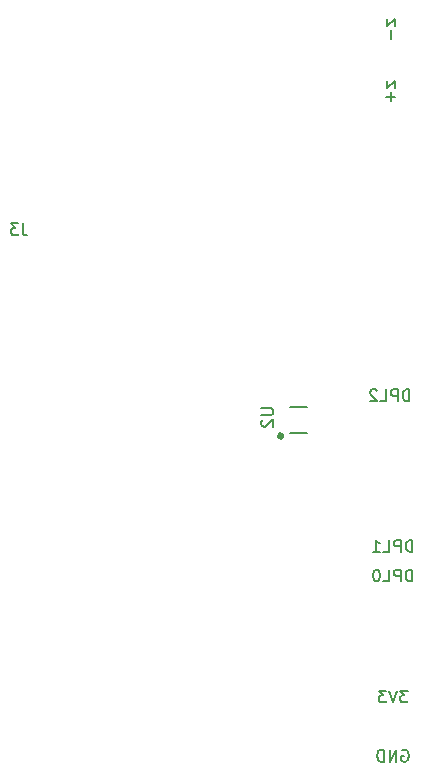
<source format=gbr>
G04 #@! TF.FileFunction,Legend,Bot*
%FSLAX46Y46*%
G04 Gerber Fmt 4.6, Leading zero omitted, Abs format (unit mm)*
G04 Created by KiCad (PCBNEW 4.0.7-e2-6376~58~ubuntu16.04.1) date Sun Jun  3 17:29:45 2018*
%MOMM*%
%LPD*%
G01*
G04 APERTURE LIST*
%ADD10C,0.100000*%
%ADD11C,0.150000*%
%ADD12C,0.500000*%
G04 APERTURE END LIST*
D10*
D11*
X156035714Y-67869048D02*
X156035714Y-68392858D01*
X156702381Y-67869048D01*
X156702381Y-68392858D01*
X156321429Y-68773810D02*
X156321429Y-69535715D01*
X156035714Y-73119048D02*
X156035714Y-73642858D01*
X156702381Y-73119048D01*
X156702381Y-73642858D01*
X156321429Y-74023810D02*
X156321429Y-74785715D01*
X156702381Y-74404763D02*
X155940476Y-74404763D01*
X157892857Y-100202381D02*
X157892857Y-99202381D01*
X157654762Y-99202381D01*
X157511904Y-99250000D01*
X157416666Y-99345238D01*
X157369047Y-99440476D01*
X157321428Y-99630952D01*
X157321428Y-99773810D01*
X157369047Y-99964286D01*
X157416666Y-100059524D01*
X157511904Y-100154762D01*
X157654762Y-100202381D01*
X157892857Y-100202381D01*
X156892857Y-100202381D02*
X156892857Y-99202381D01*
X156511904Y-99202381D01*
X156416666Y-99250000D01*
X156369047Y-99297619D01*
X156321428Y-99392857D01*
X156321428Y-99535714D01*
X156369047Y-99630952D01*
X156416666Y-99678571D01*
X156511904Y-99726190D01*
X156892857Y-99726190D01*
X155416666Y-100202381D02*
X155892857Y-100202381D01*
X155892857Y-99202381D01*
X155130952Y-99297619D02*
X155083333Y-99250000D01*
X154988095Y-99202381D01*
X154749999Y-99202381D01*
X154654761Y-99250000D01*
X154607142Y-99297619D01*
X154559523Y-99392857D01*
X154559523Y-99488095D01*
X154607142Y-99630952D01*
X155178571Y-100202381D01*
X154559523Y-100202381D01*
X158142857Y-112952381D02*
X158142857Y-111952381D01*
X157904762Y-111952381D01*
X157761904Y-112000000D01*
X157666666Y-112095238D01*
X157619047Y-112190476D01*
X157571428Y-112380952D01*
X157571428Y-112523810D01*
X157619047Y-112714286D01*
X157666666Y-112809524D01*
X157761904Y-112904762D01*
X157904762Y-112952381D01*
X158142857Y-112952381D01*
X157142857Y-112952381D02*
X157142857Y-111952381D01*
X156761904Y-111952381D01*
X156666666Y-112000000D01*
X156619047Y-112047619D01*
X156571428Y-112142857D01*
X156571428Y-112285714D01*
X156619047Y-112380952D01*
X156666666Y-112428571D01*
X156761904Y-112476190D01*
X157142857Y-112476190D01*
X155666666Y-112952381D02*
X156142857Y-112952381D01*
X156142857Y-111952381D01*
X154809523Y-112952381D02*
X155380952Y-112952381D01*
X155095238Y-112952381D02*
X155095238Y-111952381D01*
X155190476Y-112095238D01*
X155285714Y-112190476D01*
X155380952Y-112238095D01*
X158142857Y-115452381D02*
X158142857Y-114452381D01*
X157904762Y-114452381D01*
X157761904Y-114500000D01*
X157666666Y-114595238D01*
X157619047Y-114690476D01*
X157571428Y-114880952D01*
X157571428Y-115023810D01*
X157619047Y-115214286D01*
X157666666Y-115309524D01*
X157761904Y-115404762D01*
X157904762Y-115452381D01*
X158142857Y-115452381D01*
X157142857Y-115452381D02*
X157142857Y-114452381D01*
X156761904Y-114452381D01*
X156666666Y-114500000D01*
X156619047Y-114547619D01*
X156571428Y-114642857D01*
X156571428Y-114785714D01*
X156619047Y-114880952D01*
X156666666Y-114928571D01*
X156761904Y-114976190D01*
X157142857Y-114976190D01*
X155666666Y-115452381D02*
X156142857Y-115452381D01*
X156142857Y-114452381D01*
X155142857Y-114452381D02*
X155047618Y-114452381D01*
X154952380Y-114500000D01*
X154904761Y-114547619D01*
X154857142Y-114642857D01*
X154809523Y-114833333D01*
X154809523Y-115071429D01*
X154857142Y-115261905D01*
X154904761Y-115357143D01*
X154952380Y-115404762D01*
X155047618Y-115452381D01*
X155142857Y-115452381D01*
X155238095Y-115404762D01*
X155285714Y-115357143D01*
X155333333Y-115261905D01*
X155380952Y-115071429D01*
X155380952Y-114833333D01*
X155333333Y-114642857D01*
X155285714Y-114547619D01*
X155238095Y-114500000D01*
X155142857Y-114452381D01*
X157738095Y-124702381D02*
X157119047Y-124702381D01*
X157452381Y-125083333D01*
X157309523Y-125083333D01*
X157214285Y-125130952D01*
X157166666Y-125178571D01*
X157119047Y-125273810D01*
X157119047Y-125511905D01*
X157166666Y-125607143D01*
X157214285Y-125654762D01*
X157309523Y-125702381D01*
X157595238Y-125702381D01*
X157690476Y-125654762D01*
X157738095Y-125607143D01*
X156833333Y-124702381D02*
X156500000Y-125702381D01*
X156166666Y-124702381D01*
X155928571Y-124702381D02*
X155309523Y-124702381D01*
X155642857Y-125083333D01*
X155499999Y-125083333D01*
X155404761Y-125130952D01*
X155357142Y-125178571D01*
X155309523Y-125273810D01*
X155309523Y-125511905D01*
X155357142Y-125607143D01*
X155404761Y-125654762D01*
X155499999Y-125702381D01*
X155785714Y-125702381D01*
X155880952Y-125654762D01*
X155928571Y-125607143D01*
X157261904Y-129750000D02*
X157357142Y-129702381D01*
X157499999Y-129702381D01*
X157642857Y-129750000D01*
X157738095Y-129845238D01*
X157785714Y-129940476D01*
X157833333Y-130130952D01*
X157833333Y-130273810D01*
X157785714Y-130464286D01*
X157738095Y-130559524D01*
X157642857Y-130654762D01*
X157499999Y-130702381D01*
X157404761Y-130702381D01*
X157261904Y-130654762D01*
X157214285Y-130607143D01*
X157214285Y-130273810D01*
X157404761Y-130273810D01*
X156785714Y-130702381D02*
X156785714Y-129702381D01*
X156214285Y-130702381D01*
X156214285Y-129702381D01*
X155738095Y-130702381D02*
X155738095Y-129702381D01*
X155500000Y-129702381D01*
X155357142Y-129750000D01*
X155261904Y-129845238D01*
X155214285Y-129940476D01*
X155166666Y-130130952D01*
X155166666Y-130273810D01*
X155214285Y-130464286D01*
X155261904Y-130559524D01*
X155357142Y-130654762D01*
X155500000Y-130702381D01*
X155738095Y-130702381D01*
D12*
X147065803Y-103147000D02*
G75*
G03X147065803Y-103147000I-89803J0D01*
G01*
D11*
X149200000Y-102850000D02*
X147800000Y-102850000D01*
X149200000Y-100650000D02*
X147800000Y-100650000D01*
X125158333Y-85142381D02*
X125158333Y-85856667D01*
X125205953Y-85999524D01*
X125301191Y-86094762D01*
X125444048Y-86142381D01*
X125539286Y-86142381D01*
X124777381Y-85142381D02*
X124158333Y-85142381D01*
X124491667Y-85523333D01*
X124348809Y-85523333D01*
X124253571Y-85570952D01*
X124205952Y-85618571D01*
X124158333Y-85713810D01*
X124158333Y-85951905D01*
X124205952Y-86047143D01*
X124253571Y-86094762D01*
X124348809Y-86142381D01*
X124634524Y-86142381D01*
X124729762Y-86094762D01*
X124777381Y-86047143D01*
X145361581Y-100784895D02*
X146171105Y-100784895D01*
X146266343Y-100832514D01*
X146313962Y-100880133D01*
X146361581Y-100975371D01*
X146361581Y-101165848D01*
X146313962Y-101261086D01*
X146266343Y-101308705D01*
X146171105Y-101356324D01*
X145361581Y-101356324D01*
X145456819Y-101784895D02*
X145409200Y-101832514D01*
X145361581Y-101927752D01*
X145361581Y-102165848D01*
X145409200Y-102261086D01*
X145456819Y-102308705D01*
X145552057Y-102356324D01*
X145647295Y-102356324D01*
X145790152Y-102308705D01*
X146361581Y-101737276D01*
X146361581Y-102356324D01*
M02*

</source>
